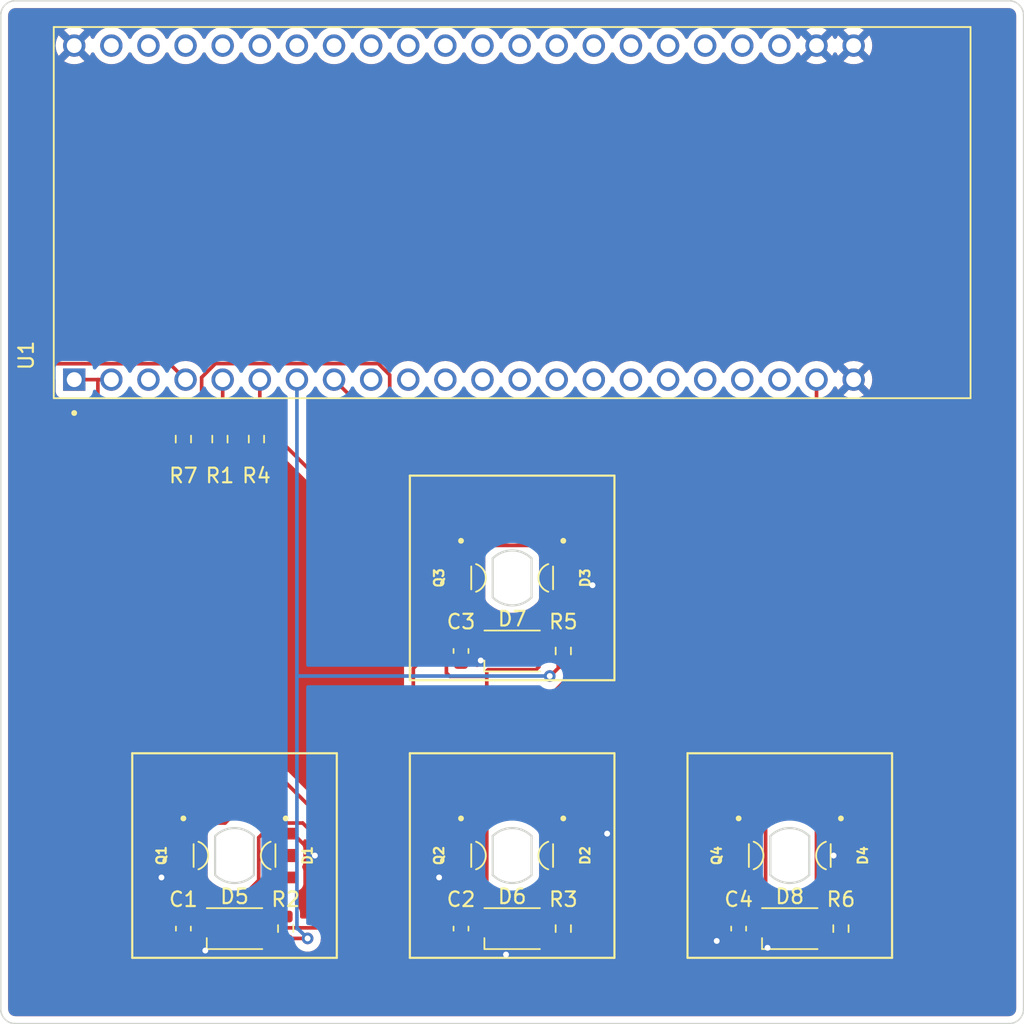
<source format=kicad_pcb>
(kicad_pcb (version 20211014) (generator pcbnew)
  (layers (0 "F.Cu" signal) (31 "B.Cu" signal) (34 "B.Paste" user) (35 "F.Paste" user) (36 "B.SilkS" user "B.Silkscreen") (37 "F.SilkS" user "F.Silkscreen") (38 "B.Mask" user) (39 "F.Mask" user) (44 "Edge.Cuts" user))
  (net 0 "")
  (net 1 "Net-(D1-PadA)")
  (net 2 "Net-(D2-PadA)")
  (net 3 "Net-(D3-PadA)")
  (net 4 "Net-(D4-PadA)")
  (net 5 "Net-(D5-Pad1)")
  (net 6 "LED_PIN")
  (net 7 "Net-(D6-Pad1)")
  (net 8 "Net-(D6-Pad3)")
  (net 9 "Net-(D8-Pad1)")
  (net 10 "col1")
  (net 11 "col2")
  (net 12 "row1")
  (net 13 "row2")
  (net 46 "5V")
  (net 47 "GND")
  (net 48 "3V3")
  (footprint "kicad-parts:LED_IR12-21C_TR8" (layer "F.Cu") (at 107.5 108.5 90)
    (fp_text reference "D4" (at 0 1.5 90) (layer "F.SilkS") (effects (font (size 0.64 0.64))))
    (fp_text value "IR12-21C" hide)
    (fp_line (start 0.78 -0.7) (end -0.78 -0.7) (layer "F.SilkS") (width 0.127))
    (fp_arc (start -0.945 -1.03) (mid 0 -1.69786) (end 0.945 -1.03) (layer "F.SilkS") (width 0.127))
    (fp_circle (center 2.54 0) (end 2.64 0) (layer "F.SilkS") (width 0.2) (fill none))
    (pad "A" smd rect (at -1.5 0 90) (size 0.8 1.4) (layers "F.Cu" "F.Paste" "F.Mask") (net 4 "Net-(D4-PadA)"))
    (pad "K" smd rect (at 1.5 0 90) (size 0.8 1.4) (layers "F.Cu" "F.Paste" "F.Mask") (net 47 "GND"))
    (pad "P1" smd rect (at 0 0.4 90) (size 0.9 0.6) (layers "F.Cu" "F.Paste" "F.Mask"))
  )
  (footprint "kicad-parts:TRANS_PT12-21C_TR8" (layer "F.Cu") (at 81.5 108.5 -90)
    (fp_text reference "Q2" (at 0 1.5 90) (layer "F.SilkS") (effects (font (size 0.64 0.64))))
    (fp_text value "PT12-21C/TR8" hide)
    (fp_line (start 0.78 -0.7) (end -0.78 -0.7) (layer "F.SilkS") (width 0.127))
    (fp_arc (start -0.945 -1.03) (mid 0 -1.69786) (end 0.945 -1.03) (layer "F.SilkS") (width 0.127))
    (fp_circle (center -2.54 0) (end -2.44 0) (layer "F.SilkS") (width 0.2) (fill none))
    (pad "C" smd rect (at -1.5 0 270) (size 0.8 1.4) (layers "F.Cu" "F.Paste" "F.Mask") (net 10 "col1"))
    (pad "E" smd rect (at 1.5 0 270) (size 0.8 1.4) (layers "F.Cu" "F.Paste" "F.Mask") (net 47 "GND"))
    (pad "P1" smd rect (at 0 0.4 270) (size 0.9 0.6) (layers "F.Cu" "F.Paste" "F.Mask"))
  )
  (footprint "Resistor_SMD:R_0603_1608Metric" (layer "F.Cu") (at 62.5 80 90)
    (fp_text reference "R7" (at -2.5 0 180) (layer "F.SilkS"))
    (fp_text value "5.1k" hide)
    (fp_line (start -0.237258 0.5225) (end 0.237258 0.5225) (layer "F.SilkS") (width 0.12))
    (fp_line (start -0.237258 -0.5225) (end 0.237258 -0.5225) (layer "F.SilkS") (width 0.12))
    (pad "1" smd roundrect (at -0.825 0 90) (size 0.8 0.95) (layers "F.Cu" "F.Paste" "F.Mask") (net 9 "Net-(D8-Pad1)"))
    (pad "2" smd roundrect (at 0.825 0 90) (size 0.8 0.95) (layers "F.Cu" "F.Paste" "F.Mask"))
  )
  (footprint "Resistor_SMD:R_0603_1608Metric" (layer "F.Cu") (at 107.5 113.5 90)
    (fp_text reference "R6" (at 2 0 180) (layer "F.SilkS"))
    (fp_text value "2.2k" hide)
    (fp_line (start -0.237258 0.5225) (end 0.237258 0.5225) (layer "F.SilkS") (width 0.12))
    (fp_line (start -0.237258 -0.5225) (end 0.237258 -0.5225) (layer "F.SilkS") (width 0.12))
    (pad "1" smd roundrect (at -0.825 0 90) (size 0.8 0.95) (layers "F.Cu" "F.Paste" "F.Mask") (net 13 "row2"))
    (pad "2" smd roundrect (at 0.825 0 90) (size 0.8 0.95) (layers "F.Cu" "F.Paste" "F.Mask") (net 4 "Net-(D4-PadA)"))
  )
  (footprint "kicad-parts:LED_IR12-21C_TR8" (layer "F.Cu") (at 69.5 108.5 90)
    (fp_text reference "D1" (at 0 1.5 90) (layer "F.SilkS") (effects (font (size 0.64 0.64))))
    (fp_text value "IR12-21C" hide)
    (fp_line (start 0.78 -0.7) (end -0.78 -0.7) (layer "F.SilkS") (width 0.127))
    (fp_arc (start -0.945 -1.03) (mid 0 -1.69786) (end 0.945 -1.03) (layer "F.SilkS") (width 0.127))
    (fp_circle (center 2.54 0) (end 2.64 0) (layer "F.SilkS") (width 0.2) (fill none))
    (pad "A" smd rect (at -1.5 0 90) (size 0.8 1.4) (layers "F.Cu" "F.Paste" "F.Mask") (net 1 "Net-(D1-PadA)"))
    (pad "K" smd rect (at 1.5 0 90) (size 0.8 1.4) (layers "F.Cu" "F.Paste" "F.Mask") (net 47 "GND"))
    (pad "P1" smd rect (at 0 0.4 90) (size 0.9 0.6) (layers "F.Cu" "F.Paste" "F.Mask"))
  )
  (footprint "kicad-parts:TRANS_PT12-21C_TR8" (layer "F.Cu") (at 62.5 108.5 -90)
    (fp_text reference "Q1" (at 0 1.5 90) (layer "F.SilkS") (effects (font (size 0.64 0.64))))
    (fp_text value "PT12-21C/TR8" hide)
    (fp_line (start 0.78 -0.7) (end -0.78 -0.7) (layer "F.SilkS") (width 0.127))
    (fp_arc (start -0.945 -1.03) (mid 0 -1.69786) (end 0.945 -1.03) (layer "F.SilkS") (width 0.127))
    (fp_circle (center -2.54 0) (end -2.44 0) (layer "F.SilkS") (width 0.2) (fill none))
    (pad "C" smd rect (at -1.5 0 270) (size 0.8 1.4) (layers "F.Cu" "F.Paste" "F.Mask") (net 10 "col1"))
    (pad "E" smd rect (at 1.5 0 270) (size 0.8 1.4) (layers "F.Cu" "F.Paste" "F.Mask") (net 47 "GND"))
    (pad "P1" smd rect (at 0 0.4 270) (size 0.9 0.6) (layers "F.Cu" "F.Paste" "F.Mask"))
  )
  (footprint "Resistor_SMD:R_0603_1608Metric" (layer "F.Cu") (at 65 80 -90)
    (fp_text reference "R1" (at 2.5 0) (layer "F.SilkS"))
    (fp_text value "47k" hide)
    (fp_line (start -0.237258 -0.5225) (end 0.237258 -0.5225) (layer "F.SilkS") (width 0.12))
    (fp_line (start -0.237258 0.5225) (end 0.237258 0.5225) (layer "F.SilkS") (width 0.12))
    (pad "1" smd roundrect (at -0.825 0 270) (size 0.8 0.95) (layers "F.Cu" "F.Paste" "F.Mask") (net 10 "col1"))
    (pad "2" smd roundrect (at 0.825 0 270) (size 0.8 0.95) (layers "F.Cu" "F.Paste" "F.Mask") (net 48 "3V3"))
  )
  (footprint "LED_SMD:LED_SK6805_PLCC4_2.4x2.7mm_P1.3mm" (layer "F.Cu") (at 85 113.5)
    (fp_text reference "D6" (at 0 -2.2) (layer "F.SilkS"))
    (fp_text value "SK6805" hide)
    (fp_line (start -1.9 -1.4) (end 1.9 -1.4) (layer "F.SilkS") (width 0.12))
    (fp_line (start -1.9 1.4) (end -1.9 0.65) (layer "F.SilkS") (width 0.12))
    (fp_line (start -1.9 1.4) (end 1.9 1.4) (layer "F.SilkS") (width 0.12))
    (pad "1" smd rect (at -1 -0.65) (size 1 0.6) (layers "F.Cu" "F.Paste" "F.Mask") (net 7 "Net-(D6-Pad1)"))
    (pad "2" smd rect (at -1 0.65) (size 1 0.6) (layers "F.Cu" "F.Paste" "F.Mask") (net 47 "GND"))
    (pad "3" smd rect (at 1 0.65) (size 1 0.6) (layers "F.Cu" "F.Paste" "F.Mask") (net 8 "Net-(D6-Pad3)"))
    (pad "4" smd rect (at 1 -0.65) (size 1 0.6) (layers "F.Cu" "F.Paste" "F.Mask") (net 46 "5V"))
  )
  (footprint "Capacitor_SMD:C_0603_1608Metric" (layer "F.Cu") (at 62.5 113.5 -90)
    (fp_text reference "C1" (at -2 0) (layer "F.SilkS"))
    (fp_text value "0.1uF" hide)
    (fp_line (start -0.14058 0.51) (end 0.14058 0.51) (layer "F.SilkS") (width 0.12))
    (fp_line (start -0.14058 -0.51) (end 0.14058 -0.51) (layer "F.SilkS") (width 0.12))
    (pad "1" smd roundrect (at -0.775 0 270) (size 0.9 0.95) (layers "F.Cu" "F.Paste" "F.Mask") (net 46 "5V"))
    (pad "2" smd roundrect (at 0.775 0 270) (size 0.9 0.95) (layers "F.Cu" "F.Paste" "F.Mask") (net 47 "GND"))
  )
  (footprint "LED_SMD:LED_SK6805_PLCC4_2.4x2.7mm_P1.3mm" (layer "F.Cu") (at 104 113.5)
    (fp_text reference "D8" (at 0 -2.2) (layer "F.SilkS"))
    (fp_text value "SK6805" hide)
    (fp_line (start -1.9 -1.4) (end 1.9 -1.4) (layer "F.SilkS") (width 0.12))
    (fp_line (start -1.9 1.4) (end 1.9 1.4) (layer "F.SilkS") (width 0.12))
    (fp_line (start -1.9 1.4) (end -1.9 0.65) (layer "F.SilkS") (width 0.12))
    (pad "1" smd rect (at -1 -0.65) (size 1 0.6) (layers "F.Cu" "F.Paste" "F.Mask") (net 9 "Net-(D8-Pad1)"))
    (pad "2" smd rect (at -1 0.65) (size 1 0.6) (layers "F.Cu" "F.Paste" "F.Mask") (net 47 "GND"))
    (pad "3" smd rect (at 1 0.65) (size 1 0.6) (layers "F.Cu" "F.Paste" "F.Mask") (net 7 "Net-(D6-Pad1)"))
    (pad "4" smd rect (at 1 -0.65) (size 1 0.6) (layers "F.Cu" "F.Paste" "F.Mask") (net 46 "5V"))
  )
  (footprint "Capacitor_SMD:C_0603_1608Metric" (layer "F.Cu") (at 81.5 113.5 -90)
    (fp_text reference "C2" (at -2 0 180) (layer "F.SilkS"))
    (fp_text value "0.1uF" hide)
    (fp_line (start -0.14058 0.51) (end 0.14058 0.51) (layer "F.SilkS") (width 0.12))
    (fp_line (start -0.14058 -0.51) (end 0.14058 -0.51) (layer "F.SilkS") (width 0.12))
    (pad "1" smd roundrect (at -0.775 0 270) (size 0.9 0.95) (layers "F.Cu" "F.Paste" "F.Mask") (net 46 "5V"))
    (pad "2" smd roundrect (at 0.775 0 270) (size 0.9 0.95) (layers "F.Cu" "F.Paste" "F.Mask") (net 47 "GND"))
  )
  (footprint "kicad-parts:XCVR_ESP32-S3-DEVKITC-1-N8R2" (layer "F.Cu") (at 85 64.5 90)
    (fp_text reference "U1" (at -9.775 -33.255 90) (layer "F.SilkS"))
    (fp_text value "ESP32-S3-DEVKITC-1-N8R2" hide)
    (fp_line (start -12.7 -31.37) (end 12.7 -31.37) (layer "F.SilkS") (width 0.127))
    (fp_line (start -12.7 31.37) (end -12.7 -31.37) (layer "F.SilkS") (width 0.127))
    (fp_line (start 12.7 -31.37) (end 12.7 31.37) (layer "F.SilkS") (width 0.127))
    (fp_line (start 12.7 31.37) (end -12.7 31.37) (layer "F.SilkS") (width 0.127))
    (fp_circle (center -13.716 -29.972) (end -13.616 -29.972) (layer "F.SilkS") (width 0.2) (fill none))
    (pad "J1_1" thru_hole rect locked (at -11.43 -29.97 90) (size 1.53 1.53) (drill 1.02) (layers *.Cu *.Mask) (net 48 "3V3"))
    (pad "J1_2" thru_hole circle locked (at -11.43 -27.43 90) (size 1.53 1.53) (drill 1.02) (layers *.Cu *.Mask) (net 48 "3V3"))
    (pad "J1_3" thru_hole circle locked (at -11.43 -24.89 90) (size 1.53 1.53) (drill 1.02) (layers *.Cu *.Mask))
    (pad "J1_4" thru_hole circle locked (at -11.43 -22.35 90) (size 1.53 1.53) (drill 1.02) (layers *.Cu *.Mask) (net 6 "LED_PIN"))
    (pad "J1_5" thru_hole circle locked (at -11.43 -19.81 90) (size 1.53 1.53) (drill 1.02) (layers *.Cu *.Mask) (net 10 "col1"))
    (pad "J1_6" thru_hole circle locked (at -11.43 -17.27 90) (size 1.53 1.53) (drill 1.02) (layers *.Cu *.Mask) (net 11 "col2"))
    (pad "J1_7" thru_hole circle locked (at -11.43 -14.73 90) (size 1.53 1.53) (drill 1.02) (layers *.Cu *.Mask) (net 12 "row1"))
    (pad "J1_8" thru_hole circle locked (at -11.43 -12.19 90) (size 1.53 1.53) (drill 1.02) (layers *.Cu *.Mask) (net 13 "row2"))
    (pad "J1_9" thru_hole circle locked (at -11.43 -9.65 90) (size 1.53 1.53) (drill 1.02) (layers *.Cu *.Mask))
    (pad "J1_10" thru_hole circle locked (at -11.43 -7.11 90) (size 1.53 1.53) (drill 1.02) (layers *.Cu *.Mask))
    (pad "J1_11" thru_hole circle locked (at -11.43 -4.57 90) (size 1.53 1.53) (drill 1.02) (layers *.Cu *.Mask))
    (pad "J1_12" thru_hole circle locked (at -11.43 -2.03 90) (size 1.53 1.53) (drill 1.02) (layers *.Cu *.Mask))
    (pad "J1_13" thru_hole circle locked (at -11.43 0.51 90) (size 1.53 1.53) (drill 1.02) (layers *.Cu *.Mask))
    (pad "J1_14" thru_hole circle locked (at -11.43 3.05 90) (size 1.53 1.53) (drill 1.02) (layers *.Cu *.Mask))
    (pad "J1_15" thru_hole circle locked (at -11.43 5.59 90) (size 1.53 1.53) (drill 1.02) (layers *.Cu *.Mask))
    (pad "J1_16" thru_hole circle locked (at -11.43 8.13 90) (size 1.53 1.53) (drill 1.02) (layers *.Cu *.Mask))
    (pad "J1_17" thru_hole circle locked (at -11.43 10.67 90) (size 1.53 1.53) (drill 1.02) (layers *.Cu *.Mask))
    (pad "J1_18" thru_hole circle locked (at -11.43 13.21 90) (size 1.53 1.53) (drill 1.02) (layers *.Cu *.Mask))
    (pad "J1_19" thru_hole circle locked (at -11.43 15.75 90) (size 1.53 1.53) (drill 1.02) (layers *.Cu *.Mask))
    (pad "J1_20" thru_hole circle locked (at -11.43 18.29 90) (size 1.53 1.53) (drill 1.02) (layers *.Cu *.Mask))
    (pad "J1_21" thru_hole circle locked (at -11.43 20.83 90) (size 1.53 1.53) (drill 1.02) (layers *.Cu *.Mask) (net 46 "5V"))
    (pad "J1_22" thru_hole circle locked (at -11.43 23.37 90) (size 1.53 1.53) (drill 1.02) (layers *.Cu *.Mask) (net 47 "GND"))
    (pad "J3_1" thru_hole circle locked (at 11.43 -29.97 90) (size 1.53 1.53) (drill 1.02) (layers *.Cu *.Mask) (net 47 "GND"))
    (pad "J3_2" thru_hole circle locked (at 11.43 -27.43 90) (size 1.53 1.53) (drill 1.02) (layers *.Cu *.Mask))
    (pad "J3_3" thru_hole circle locked (at 11.43 -24.89 90) (size 1.53 1.53) (drill 1.02) (layers *.Cu *.Mask))
    (pad "J3_4" thru_hole circle locked (at 11.43 -22.35 90) (size 1.53 1.53) (drill 1.02) (layers *.Cu *.Mask))
    (pad "J3_5" thru_hole circle locked (at 11.43 -19.81 90) (size 1.53 1.53) (drill 1.02) (layers *.Cu *.Mask))
    (pad "J3_6" thru_hole circle locked (at 11.43 -17.27 90) (size 1.53 1.53) (drill 1.02) (layers *.Cu *.Mask))
    (pad "J3_7" thru_hole circle locked (at 11.43 -14.73 90) (size 1.53 1.53) (drill 1.02) (layers *.Cu *.Mask))
    (pad "J3_8" thru_hole circle locked (at 11.43 -12.19 90) (size 1.53 1.53) (drill 1.02) (layers *.Cu *.Mask))
    (pad "J3_9" thru_hole circle locked (at 11.43 -9.65 90) (size 1.53 1.53) (drill 1.02) (layers *.Cu *.Mask))
    (pad "J3_10" thru_hole circle locked (at 11.43 -7.11 90) (size 1.53 1.53) (drill 1.02) (layers *.Cu *.Mask))
    (pad "J3_11" thru_hole circle locked (at 11.43 -4.57 90) (size 1.53 1.53) (drill 1.02) (layers *.Cu *.Mask))
    (pad "J3_12" thru_hole circle locked (at 11.43 -2.03 90) (size 1.53 1.53) (drill 1.02) (layers *.Cu *.Mask))
    (pad "J3_13" thru_hole circle locked (at 11.43 0.51 90) (size 1.53 1.53) (drill 1.02) (layers *.Cu *.Mask))
    (pad "J3_14" thru_hole circle locked (at 11.43 3.05 90) (size 1.53 1.53) (drill 1.02) (layers *.Cu *.Mask))
    (pad "J3_15" thru_hole circle locked (at 11.43 5.59 90) (size 1.53 1.53) (drill 1.02) (layers *.Cu *.Mask))
    (pad "J3_16" thru_hole circle locked (at 11.43 8.13 90) (size 1.53 1.53) (drill 1.02) (layers *.Cu *.Mask))
    (pad "J3_17" thru_hole circle locked (at 11.43 10.67 90) (size 1.53 1.53) (drill 1.02) (layers *.Cu *.Mask))
    (pad "J3_18" thru_hole circle locked (at 11.43 13.21 90) (size 1.53 1.53) (drill 1.02) (layers *.Cu *.Mask))
    (pad "J3_19" thru_hole circle locked (at 11.43 15.75 90) (size 1.53 1.53) (drill 1.02) (layers *.Cu *.Mask))
    (pad "J3_20" thru_hole circle locked (at 11.43 18.29 90) (size 1.53 1.53) (drill 1.02) (layers *.Cu *.Mask))
    (pad "J3_21" thru_hole circle locked (at 11.43 20.83 90) (size 1.53 1.53) (drill 1.02) (layers *.Cu *.Mask) (net 47 "GND"))
    (pad "J3_22" thru_hole circle locked (at 11.43 23.37 90) (size 1.53 1.53) (drill 1.02) (layers *.Cu *.Mask) (net 47 "GND"))
  )
  (footprint "LED_SMD:LED_SK6805_PLCC4_2.4x2.7mm_P1.3mm" (layer "F.Cu") (at 66 113.5)
    (fp_text reference "D5" (at 0 -2.2) (layer "F.SilkS"))
    (fp_text value "SK6805" hide)
    (fp_line (start -1.9 -1.4) (end 1.9 -1.4) (layer "F.SilkS") (width 0.12))
    (fp_line (start -1.9 1.4) (end -1.9 0.65) (layer "F.SilkS") (width 0.12))
    (fp_line (start -1.9 1.4) (end 1.9 1.4) (layer "F.SilkS") (width 0.12))
    (pad "1" smd rect (at -1 -0.65) (size 1 0.6) (layers "F.Cu" "F.Paste" "F.Mask") (net 5 "Net-(D5-Pad1)"))
    (pad "2" smd rect (at -1 0.65) (size 1 0.6) (layers "F.Cu" "F.Paste" "F.Mask") (net 47 "GND"))
    (pad "3" smd rect (at 1 0.65) (size 1 0.6) (layers "F.Cu" "F.Paste" "F.Mask") (net 6 "LED_PIN"))
    (pad "4" smd rect (at 1 -0.65) (size 1 0.6) (layers "F.Cu" "F.Paste" "F.Mask") (net 46 "5V"))
  )
  (footprint "kicad-parts:LED_IR12-21C_TR8" (layer "F.Cu") (at 88.5 89.5 90)
    (fp_text reference "D3" (at 0 1.5 90) (layer "F.SilkS") (effects (font (size 0.64 0.64))))
    (fp_text value "IR12-21C" hide)
    (fp_line (start 0.78 -0.7) (end -0.78 -0.7) (layer "F.SilkS") (width 0.127))
    (fp_arc (start -0.945 -1.03) (mid 0 -1.69786) (end 0.945 -1.03) (layer "F.SilkS") (width 0.127))
    (fp_circle (center 2.54 0) (end 2.64 0) (layer "F.SilkS") (width 0.2) (fill none))
    (pad "A" smd rect (at -1.5 0 90) (size 0.8 1.4) (layers "F.Cu" "F.Paste" "F.Mask") (net 3 "Net-(D3-PadA)"))
    (pad "K" smd rect (at 1.5 0 90) (size 0.8 1.4) (layers "F.Cu" "F.Paste" "F.Mask") (net 47 "GND"))
    (pad "P1" smd rect (at 0 0.4 90) (size 0.9 0.6) (layers "F.Cu" "F.Paste" "F.Mask"))
  )
  (footprint "Resistor_SMD:R_0603_1608Metric" (layer "F.Cu") (at 69.5 113.5 90)
    (fp_text reference "R2" (at 2 0) (layer "F.SilkS"))
    (fp_text value "2.2k" hide)
    (fp_line (start -0.237258 0.5225) (end 0.237258 0.5225) (layer "F.SilkS") (width 0.12))
    (fp_line (start -0.237258 -0.5225) (end 0.237258 -0.5225) (layer "F.SilkS") (width 0.12))
    (pad "1" smd roundrect (at -0.825 0 90) (size 0.8 0.95) (layers "F.Cu" "F.Paste" "F.Mask") (net 12 "row1"))
    (pad "2" smd roundrect (at 0.825 0 90) (size 0.8 0.95) (layers "F.Cu" "F.Paste" "F.Mask") (net 1 "Net-(D1-PadA)"))
  )
  (footprint "Resistor_SMD:R_0603_1608Metric" (layer "F.Cu") (at 88.5 113.5 90)
    (fp_text reference "R3" (at 2 0 180) (layer "F.SilkS"))
    (fp_text value "2.2k" hide)
    (fp_line (start -0.237258 -0.5225) (end 0.237258 -0.5225) (layer "F.SilkS") (width 0.12))
    (fp_line (start -0.237258 0.5225) (end 0.237258 0.5225) (layer "F.SilkS") (width 0.12))
    (pad "1" smd roundrect (at -0.825 0 90) (size 0.8 0.95) (layers "F.Cu" "F.Paste" "F.Mask") (net 13 "row2"))
    (pad "2" smd roundrect (at 0.825 0 90) (size 0.8 0.95) (layers "F.Cu" "F.Paste" "F.Mask") (net 2 "Net-(D2-PadA)"))
  )
  (footprint "Resistor_SMD:R_0603_1608Metric" (layer "F.Cu") (at 88.5 94.5 90)
    (fp_text reference "R5" (at 2 0) (layer "F.SilkS"))
    (fp_text value "2.2k" hide)
    (fp_line (start -0.237258 0.5225) (end 0.237258 0.5225) (layer "F.SilkS") (width 0.12))
    (fp_line (start -0.237258 -0.5225) (end 0.237258 -0.5225) (layer "F.SilkS") (width 0.12))
    (pad "1" smd roundrect (at -0.825 0 90) (size 0.8 0.95) (layers "F.Cu" "F.Paste" "F.Mask") (net 12 "row1"))
    (pad "2" smd roundrect (at 0.825 0 90) (size 0.8 0.95) (layers "F.Cu" "F.Paste" "F.Mask") (net 3 "Net-(D3-PadA)"))
  )
  (footprint "kicad-parts:TRANS_PT12-21C_TR8" (layer "F.Cu") (at 81.5 89.5 -90)
    (fp_text reference "Q3" (at 0 1.5 90) (layer "F.SilkS") (effects (font (size 0.64 0.64))))
    (fp_text value "PT12-21C/TR8" hide)
    (fp_line (start 0.78 -0.7) (end -0.78 -0.7) (layer "F.SilkS") (width 0.127))
    (fp_arc (start -0.945 -1.03) (mid 0 -1.69786) (end 0.945 -1.03) (layer "F.SilkS") (width 0.127))
    (fp_circle (center -2.54 0) (end -2.44 0) (layer "F.SilkS") (width 0.2) (fill none))
    (pad "C" smd rect (at -1.5 0 270) (size 0.8 1.4) (layers "F.Cu" "F.Paste" "F.Mask") (net 11 "col2"))
    (pad "E" smd rect (at 1.5 0 270) (size 0.8 1.4) (layers "F.Cu" "F.Paste" "F.Mask") (net 47 "GND"))
    (pad "P1" smd rect (at 0 0.4 270) (size 0.9 0.6) (layers "F.Cu" "F.Paste" "F.Mask"))
  )
  (footprint "Capacitor_SMD:C_0603_1608Metric" (layer "F.Cu") (at 81.5 94.5 -90)
    (fp_text reference "C3" (at -2 0) (layer "F.SilkS"))
    (fp_text value "0.1uF" hide)
    (fp_line (start -0.14058 0.51) (end 0.14058 0.51) (layer "F.SilkS") (width 0.12))
    (fp_line (start -0.14058 -0.51) (end 0.14058 -0.51) (layer "F.SilkS") (width 0.12))
    (pad "1" smd roundrect (at -0.775 0 270) (size 0.9 0.95) (layers "F.Cu" "F.Paste" "F.Mask") (net 46 "5V"))
    (pad "2" smd roundrect (at 0.775 0 270) (size 0.9 0.95) (layers "F.Cu" "F.Paste" "F.Mask") (net 47 "GND"))
  )
  (footprint "kicad-parts:LED_IR12-21C_TR8" (layer "F.Cu") (at 88.5 108.5 90)
    (fp_text reference "D2" (at 0 1.5 90) (layer "F.SilkS") (effects (font (size 0.64 0.64))))
    (fp_text value "IR12-21C" hide)
    (fp_line (start 0.78 -0.7) (end -0.78 -0.7) (layer "F.SilkS") (width 0.127))
    (fp_arc (start -0.945 -1.03) (mid 0 -1.69786) (end 0.945 -1.03) (layer "F.SilkS") (width 0.127))
    (fp_circle (center 2.54 0) (end 2.64 0) (layer "F.SilkS") (width 0.2) (fill none))
    (pad "A" smd rect (at -1.5 0 90) (size 0.8 1.4) (layers "F.Cu" "F.Paste" "F.Mask") (net 2 "Net-(D2-PadA)"))
    (pad "K" smd rect (at 1.5 0 90) (size 0.8 1.4) (layers "F.Cu" "F.Paste" "F.Mask") (net 47 "GND"))
    (pad "P1" smd rect (at 0 0.4 90) (size 0.9 0.6) (layers "F.Cu" "F.Paste" "F.Mask"))
  )
  (footprint "Capacitor_SMD:C_0603_1608Metric" (layer "F.Cu") (at 100.5 113.5 -90)
    (fp_text reference "C4" (at -2 0 180) (layer "F.SilkS"))
    (fp_text value "0.1uF" hide)
    (fp_line (start -0.14058 0.51) (end 0.14058 0.51) (layer "F.SilkS") (width 0.12))
    (fp_line (start -0.14058 -0.51) (end 0.14058 -0.51) (layer "F.SilkS") (width 0.12))
    (pad "1" smd roundrect (at -0.775 0 270) (size 0.9 0.95) (layers "F.Cu" "F.Paste" "F.Mask") (net 46 "5V"))
    (pad "2" smd roundrect (at 0.775 0 270) (size 0.9 0.95) (layers "F.Cu" "F.Paste" "F.Mask") (net 47 "GND"))
  )
  (footprint "LED_SMD:LED_SK6805_PLCC4_2.4x2.7mm_P1.3mm" (layer "F.Cu") (at 85 94.5)
    (fp_text reference "D7" (at 0 -2.2) (layer "F.SilkS"))
    (fp_text value "SK6805" hide)
    (fp_line (start -1.9 1.4) (end -1.9 0.65) (layer "F.SilkS") (width 0.12))
    (fp_line (start -1.9 1.4) (end 1.9 1.4) (layer "F.SilkS") (width 0.12))
    (fp_line (start -1.9 -1.4) (end 1.9 -1.4) (layer "F.SilkS") (width 0.12))
    (pad "1" smd rect (at -1 -0.65) (size 1 0.6) (layers "F.Cu" "F.Paste" "F.Mask") (net 8 "Net-(D6-Pad3)"))
    (pad "2" smd rect (at -1 0.65) (size 1 0.6) (layers "F.Cu" "F.Paste" "F.Mask") (net 47 "GND"))
    (pad "3" smd rect (at 1 0.65) (size 1 0.6) (layers "F.Cu" "F.Paste" "F.Mask") (net 5 "Net-(D5-Pad1)"))
    (pad "4" smd rect (at 1 -0.65) (size 1 0.6) (layers "F.Cu" "F.Paste" "F.Mask") (net 46 "5V"))
  )
  (footprint "kicad-parts:TRANS_PT12-21C_TR8" (layer "F.Cu") (at 100.5 108.5 -90)
    (fp_text reference "Q4" (at 0 1.5 90) (layer "F.SilkS") (effects (font (size 0.64 0.64))))
    (fp_text value "PT12-21C/TR8" hide)
    (fp_line (start 0.78 -0.7) (end -0.78 -0.7) (layer "F.SilkS") (width 0.127))
    (fp_arc (start -0.945 -1.03) (mid 0 -1.69786) (end 0.945 -1.03) (layer "F.SilkS") (width 0.127))
    (fp_circle (center -2.54 0) (end -2.44 0) (layer "F.SilkS") (width 0.2) (fill none))
    (pad "C" smd rect (at -1.5 0 270) (size 0.8 1.4) (layers "F.Cu" "F.Paste" "F.Mask") (net 11 "col2"))
    (pad "E" smd rect (at 1.5 0 270) (size 0.8 1.4) (layers "F.Cu" "F.Paste" "F.Mask") (net 47 "GND"))
    (pad "P1" smd rect (at 0 0.4 270) (size 0.9 0.6) (layers "F.Cu" "F.Paste" "F.Mask"))
  )
  (footprint "Resistor_SMD:R_0603_1608Metric" (layer "F.Cu") (at 67.5 80 -90)
    (fp_text reference "R4" (at 2.5 0 180) (layer "F.SilkS"))
    (fp_text value "47k" hide)
    (fp_line (start -0.237258 -0.5225) (end 0.237258 -0.5225) (layer "F.SilkS") (width 0.12))
    (fp_line (start -0.237258 0.5225) (end 0.237258 0.5225) (layer "F.SilkS") (width 0.12))
    (pad "1" smd roundrect (at -0.825 0 270) (size 0.8 0.95) (layers "F.Cu" "F.Paste" "F.Mask") (net 11 "col2"))
    (pad "2" smd roundrect (at 0.825 0 270) (size 0.8 0.95) (layers "F.Cu" "F.Paste" "F.Mask") (net 48 "3V3"))
  )
  (gr_line (start 92 96.5) (end 78 96.5) (layer "F.SilkS") (width 0.15))
  (gr_line (start 78 115.5) (end 78 101.5) (layer "F.SilkS") (width 0.15))
  (gr_line (start 92 101.5) (end 92 115.5) (layer "F.SilkS") (width 0.15))
  (gr_line (start 78 96.5) (end 78 82.5) (layer "F.SilkS") (width 0.15))
  (gr_line (start 92 115.5) (end 78 115.5) (layer "F.SilkS") (width 0.15))
  (gr_line (start 73 101.5) (end 73 115.5) (layer "F.SilkS") (width 0.15))
  (gr_line (start 78 82.5) (end 92 82.5) (layer "F.SilkS") (width 0.15))
  (gr_line (start 78 101.5) (end 92 101.5) (layer "F.SilkS") (width 0.15))
  (gr_line (start 97 115.5) (end 97 101.5) (layer "F.SilkS") (width 0.15))
  (gr_line (start 111 115.5) (end 97 115.5) (layer "F.SilkS") (width 0.15))
  (gr_line (start 59 101.5) (end 73 101.5) (layer "F.SilkS") (width 0.15))
  (gr_line (start 97 101.5) (end 111 101.5) (layer "F.SilkS") (width 0.15))
  (gr_line (start 59 115.5) (end 59 101.5) (layer "F.SilkS") (width 0.15))
  (gr_line (start 111 101.5) (end 111 115.5) (layer "F.SilkS") (width 0.15))
  (gr_line (start 92 82.5) (end 92 96.5) (layer "F.SilkS") (width 0.15))
  (gr_line (start 73 115.5) (end 59 115.5) (layer "F.SilkS") (width 0.15))
  (gr_line (start 86.33 109.83) (end 86.33 107.17) (layer "Edge.Cuts") (width 0.15))
  (gr_line (start 120 51) (end 120 119) (layer "Edge.Cuts") (width 0.1))
  (gr_arc (start 64.67 107.17) (mid 66 106.619096) (end 67.33 107.17) (layer "Edge.Cuts") (width 0.15))
  (gr_arc (start 83.67 88.17) (mid 85 87.619096) (end 86.33 88.17) (layer "Edge.Cuts") (width 0.15))
  (gr_arc (start 51 120) (mid 50.292893 119.707107) (end 50 119) (layer "Edge.Cuts") (width 0.1))
  (gr_arc (start 105.33 109.83) (mid 104 110.380904) (end 102.67 109.83) (layer "Edge.Cuts") (width 0.15))
  (gr_line (start 102.67 107.17) (end 102.67 109.83) (layer "Edge.Cuts") (width 0.15))
  (gr_arc (start 86.33 109.83) (mid 85 110.380904) (end 83.67 109.83) (layer "Edge.Cuts") (width 0.15))
  (gr_line (start 86.33 90.83) (end 86.33 88.17) (layer "Edge.Cuts") (width 0.15))
  (gr_line (start 64.67 107.17) (end 64.67 109.83) (layer "Edge.Cuts") (width 0.15))
  (gr_arc (start 86.33 90.83) (mid 85 91.380904) (end 83.67 90.83) (layer "Edge.Cuts") (width 0.15))
  (gr_line (start 83.67 88.17) (end 83.67 90.83) (layer "Edge.Cuts") (width 0.15))
  (gr_arc (start 83.67 107.17) (mid 85 106.619096) (end 86.33 107.17) (layer "Edge.Cuts") (width 0.15))
  (gr_arc (start 67.33 109.83) (mid 66 110.380904) (end 64.67 109.83) (layer "Edge.Cuts") (width 0.15))
  (gr_line (start 51 50) (end 119 50) (layer "Edge.Cuts") (width 0.1))
  (gr_arc (start 102.67 107.17) (mid 104 106.619096) (end 105.33 107.17) (layer "Edge.Cuts") (width 0.15))
  (gr_line (start 50 51) (end 50 119) (layer "Edge.Cuts") (width 0.1))
  (gr_line (start 67.33 109.83) (end 67.33 107.17) (layer "Edge.Cuts") (width 0.15))
  (gr_line (start 105.33 109.83) (end 105.33 107.17) (layer "Edge.Cuts") (width 0.15))
  (gr_arc (start 119 50) (mid 119.707107 50.292893) (end 120 51) (layer "Edge.Cuts") (width 0.1))
  (gr_arc (start 120 119) (mid 119.707107 119.707107) (end 119 120) (layer "Edge.Cuts") (width 0.1))
  (gr_line (start 119 120) (end 51 120) (layer "Edge.Cuts") (width 0.1))
  (gr_arc (start 50 51) (mid 50.292893 50.292893) (end 51 50) (layer "Edge.Cuts") (width 0.1))
  (gr_line (start 83.67 107.17) (end 83.67 109.83) (layer "Edge.Cuts") (width 0.15))
  (segment (start 69.5 110) (end 69.5 112.675) (width 0.25) (layer "F.Cu") (net 1))
  (segment (start 88.5 110) (end 88.5 112.675) (width 0.25) (layer "F.Cu") (net 2))
  (segment (start 88.5 91) (end 88.5 93.675) (width 0.25) (layer "F.Cu") (net 3))
  (segment (start 107.5 110) (end 107.5 112.675) (width 0.25) (layer "F.Cu") (net 4))
  (segment (start 85.1749 95.15) (end 86 95.15) (width 0.25) (layer "F.Cu") (net 5))
  (segment (start 78.2355 95.6924) (end 81.4279 92.5) (width 0.25) (layer "F.Cu") (net 5))
  (segment (start 84.7062 94.5249) (end 85.1749 94.9936) (width 0.25) (layer "F.Cu") (net 5))
  (segment (start 72.118904 107.725) (end 82.525 107.725) (width 0.25) (layer "F.Cu") (net 5))
  (segment (start 85.1749 94.9936) (end 85.1749 95.15) (width 0.25) (layer "F.Cu") (net 5))
  (segment (start 82.525 107.725) (end 82.525 106.275) (width 0.25) (layer "F.Cu") (net 5))
  (segment (start 67.6552 107.2665) (end 68.6469 106.2748) (width 0.25) (layer "F.Cu") (net 5))
  (segment (start 68.6469 106.2748) (end 70.668704 106.2748) (width 0.25) (layer "F.Cu") (net 5))
  (segment (start 82.8869 93.7959) (end 82.8869 94.0507) (width 0.25) (layer "F.Cu") (net 5))
  (segment (start 81.591 92.5) (end 82.8869 93.7959) (width 0.25) (layer "F.Cu") (net 5))
  (segment (start 82.8869 94.0507) (end 83.3611 94.5249) (width 0.25) (layer "F.Cu") (net 5))
  (segment (start 83.3611 94.5249) (end 84.7062 94.5249) (width 0.25) (layer "F.Cu") (net 5))
  (segment (start 82.525 106.275) (end 78.2355 101.9855) (width 0.25) (layer "F.Cu") (net 5))
  (segment (start 70.668704 106.2748) (end 72.118904 107.725) (width 0.25) (layer "F.Cu") (net 5))
  (segment (start 78.2355 101.9855) (end 78.2355 95.6924) (width 0.25) (layer "F.Cu") (net 5))
  (segment (start 65 112.85) (end 67.6552 110.1948) (width 0.25) (layer "F.Cu") (net 5))
  (segment (start 81.4279 92.5) (end 81.591 92.5) (width 0.25) (layer "F.Cu") (net 5))
  (segment (start 67.6552 110.1948) (end 67.6552 107.2665) (width 0.25) (layer "F.Cu") (net 5))
  (segment (start 52.5 76) (end 52.5 105.527817) (width 0.25) (layer "F.Cu") (net 6))
  (segment (start 67 114.5) (end 67 114.15) (width 0.25) (layer "F.Cu") (net 6))
  (segment (start 52.5 105.527817) (end 62.972183 116) (width 0.25) (layer "F.Cu") (net 6))
  (segment (start 53.66 74.84) (end 52.5 76) (width 0.25) (layer "F.Cu") (net 6))
  (segment (start 62.972183 116) (end 65.5 116) (width 0.25) (layer "F.Cu") (net 6))
  (segment (start 61.56 74.84) (end 53.66 74.84) (width 0.25) (layer "F.Cu") (net 6))
  (segment (start 65.5 116) (end 67 114.5) (width 0.25) (layer "F.Cu") (net 6))
  (segment (start 62.65 75.93) (end 61.56 74.84) (width 0.25) (layer "F.Cu") (net 6))
  (segment (start 84.136396 116) (end 87.363604 116) (width 0.25) (layer "F.Cu") (net 7))
  (segment (start 102.9433 115.5379) (end 104.1749 114.3063) (width 0.25) (layer "F.Cu") (net 7))
  (segment (start 104.1749 114.3063) (end 104.1749 114.15) (width 0.25) (layer "F.Cu") (net 7))
  (segment (start 87.825704 115.5379) (end 102.9433 115.5379) (width 0.25) (layer "F.Cu") (net 7))
  (segment (start 83.1749 112.85) (end 83.1749 115.038504) (width 0.25) (layer "F.Cu") (net 7))
  (segment (start 84 112.85) (end 83.1749 112.85) (width 0.25) (layer "F.Cu") (net 7))
  (segment (start 87.363604 116) (end 87.825704 115.5379) (width 0.25) (layer "F.Cu") (net 7))
  (segment (start 104.1749 114.15) (end 105 114.15) (width 0.25) (layer "F.Cu") (net 7))
  (segment (start 83.1749 115.038504) (end 84.136396 116) (width 0.25) (layer "F.Cu") (net 7))
  (segment (start 85.2938 93.2249) (end 84.8251 93.6936) (width 0.25) (layer "F.Cu") (net 8))
  (segment (start 86 114.15) (end 87.4499 112.7001) (width 0.25) (layer "F.Cu") (net 8))
  (segment (start 89.5 95.6554) (end 89.5 95.107538) (width 0.25) (layer "F.Cu") (net 8))
  (segment (start 88.991462 94.599) (end 88.2018 94.599) (width 0.25) (layer "F.Cu") (net 8))
  (segment (start 84.8251 93.6936) (end 84.8251 93.85) (width 0.25) (layer "F.Cu") (net 8))
  (segment (start 84.8251 93.85) (end 84 93.85) (width 0.25) (layer "F.Cu") (net 8))
  (segment (start 87.4499 97.7055) (end 89.5 95.6554) (width 0.25) (layer "F.Cu") (net 8))
  (segment (start 89.5 95.107538) (end 88.991462 94.599) (width 0.25) (layer "F.Cu") (net 8))
  (segment (start 87.4499 112.7001) (end 87.4499 97.7055) (width 0.25) (layer "F.Cu") (net 8))
  (segment (start 86.8277 93.2249) (end 85.2938 93.2249) (width 0.25) (layer "F.Cu") (net 8))
  (segment (start 88.2018 94.599) (end 86.8277 93.2249) (width 0.25) (layer "F.Cu") (net 8))
  (segment (start 64.6958 74.8318) (end 63.75 75.7776) (width 0.25) (layer "F.Cu") (net 9))
  (segment (start 102.3449 112.1949) (end 102.3449 98.9951) (width 0.25) (layer "F.Cu") (net 9))
  (segment (start 80.938 77.5882) (end 76.7082 77.5882) (width 0.25) (layer "F.Cu") (net 9))
  (segment (start 76.62 77.5) (end 76.62 75.6109) (width 0.25) (layer "F.Cu") (net 9))
  (segment (start 63.75 75.7776) (end 63.75 79.575) (width 0.25) (layer "F.Cu") (net 9))
  (segment (start 76.62 75.6109) (end 75.8409 74.8318) (width 0.25) (layer "F.Cu") (net 9))
  (segment (start 75.8409 74.8318) (end 64.6958 74.8318) (width 0.25) (layer "F.Cu") (net 9))
  (segment (start 102.3449 98.9951) (end 80.938 77.5882) (width 0.25) (layer "F.Cu") (net 9))
  (segment (start 103 112.85) (end 102.3449 112.1949) (width 0.25) (layer "F.Cu") (net 9))
  (segment (start 63.75 79.575) (end 62.5 80.825) (width 0.25) (layer "F.Cu") (net 9))
  (segment (start 76.7082 77.5882) (end 76.62 77.5) (width 0.25) (layer "F.Cu") (net 9))
  (segment (start 68.14375 80) (end 66.015 80) (width 0.25) (layer "F.Cu") (net 10))
  (segment (start 65.19 79.175) (end 65.19 75.93) (width 0.25) (layer "F.Cu") (net 10))
  (segment (start 68.3309 80.18715) (end 68.14375 80) (width 0.25) (layer "F.Cu") (net 10))
  (segment (start 69.3006 103.3006) (end 73 107) (width 0.25) (layer "F.Cu") (net 10))
  (segment (start 65.19 79.175) (end 65 79.175) (width 0.25) (layer "F.Cu") (net 10))
  (segment (start 62.5 107) (end 62.5 106.2749) (width 0.25) (layer "F.Cu") (net 10))
  (segment (start 66.015 80) (end 65.19 79.175) (width 0.25) (layer "F.Cu") (net 10))
  (segment (start 68.3309 103.3006) (end 69.3006 103.3006) (width 0.25) (layer "F.Cu") (net 10))
  (segment (start 68.3309 103.3006) (end 68.3309 80.18715) (width 0.25) (layer "F.Cu") (net 10))
  (segment (start 73 107) (end 81.5 107) (width 0.25) (layer "F.Cu") (net 10))
  (segment (start 65.3566 106.2749) (end 68.3309 103.3006) (width 0.25) (layer "F.Cu") (net 10))
  (segment (start 62.5 106.2749) (end 65.3566 106.2749) (width 0.25) (layer "F.Cu") (net 10))
  (segment (start 81.5 88) (end 81.5 87.6374) (width 0.25) (layer "F.Cu") (net 11))
  (segment (start 76.6649 87.6374) (end 68.2025 79.175) (width 0.25) (layer "F.Cu") (net 11))
  (segment (start 81.5 87.6374) (end 81.5 87.2749) (width 0.25) (layer "F.Cu") (net 11))
  (segment (start 81.5 87.2749) (end 89.3436 87.2749) (width 0.25) (layer "F.Cu") (net 11))
  (segment (start 81.5 87.6374) (end 76.6649 87.6374) (width 0.25) (layer "F.Cu") (net 11))
  (segment (start 67.73 79.175) (end 67.73 75.93) (width 0.25) (layer "F.Cu") (net 11))
  (segment (start 89.3436 87.2749) (end 100.5 98.4313) (width 0.25) (layer "F.Cu") (net 11))
  (segment (start 67.73 79.175) (end 67.5 79.175) (width 0.25) (layer "F.Cu") (net 11))
  (segment (start 68.2025 79.175) (end 67.73 79.175) (width 0.25) (layer "F.Cu") (net 11))
  (segment (start 100.5 98.4313) (end 100.5 107) (width 0.25) (layer "F.Cu") (net 11))
  (segment (start 69.6531 114.1719) (end 69.5 114.325) (width 0.25) (layer "F.Cu") (net 12))
  (segment (start 71 114.1719) (end 69.6531 114.1719) (width 0.25) (layer "F.Cu") (net 12))
  (segment (start 87.5718 96.2145) (end 87.6105 96.2145) (width 0.25) (layer "F.Cu") (net 12))
  (segment (start 87.6105 96.2145) (end 88.5 95.325) (width 0.25) (layer "F.Cu") (net 12))
  (via (at 87.5718 96.2145) (size 0.8) (drill 0.4) (layers "F.Cu" "B.Cu") (net 12))
  (via (at 71 114.1719) (size 0.8) (drill 0.4) (layers "F.Cu" "B.Cu") (net 12))
  (segment (start 70.27 96.2145) (end 70.27 113.5) (width 0.25) (layer "B.Cu") (net 12))
  (segment (start 70.27 113.5) (end 70.3281 113.5) (width 0.25) (layer "B.Cu") (net 12))
  (segment (start 70.27 96.2145) (end 87.5718 96.2145) (width 0.25) (layer "B.Cu") (net 12))
  (segment (start 70.27 75.93) (end 70.27 96.2145) (width 0.25) (layer "B.Cu") (net 12))
  (segment (start 70.3281 113.5) (end 71 114.1719) (width 0.25) (layer "B.Cu") (net 12))
  (segment (start 81.001 78.288) (end 75.168 78.288) (width 0.25) (layer "F.Cu") (net 13))
  (segment (start 100.9737 115.0693) (end 102.1748 113.8682) (width 0.25) (layer "F.Cu") (net 13))
  (segment (start 106.6998 113.5248) (end 102.3464 113.5248) (width 0.25) (layer "F.Cu") (net 13))
  (segment (start 102.1748 113.6964) (end 102.3464 113.5248) (width 0.25) (layer "F.Cu") (net 13))
  (segment (start 102.1748 113.8682) (end 102.1748 113.6964) (width 0.25) (layer "F.Cu") (net 13))
  (segment (start 101.7247 99.0117) (end 81.001 78.288) (width 0.25) (layer "F.Cu") (net 13))
  (segment (start 102.3464 113.5248) (end 101.7247 112.9031) (width 0.25) (layer "F.Cu") (net 13))
  (segment (start 88.5 114.325) (end 89.2443 115.0693) (width 0.25) (layer "F.Cu") (net 13))
  (segment (start 101.7247 112.9031) (end 101.7247 99.0117) (width 0.25) (layer "F.Cu") (net 13))
  (segment (start 107.5 114.325) (end 106.6998 113.5248) (width 0.25) (layer "F.Cu") (net 13))
  (segment (start 75.168 78.288) (end 72.81 75.93) (width 0.25) (layer "F.Cu") (net 13))
  (segment (start 89.2443 115.0693) (end 100.9737 115.0693) (width 0.25) (layer "F.Cu") (net 13))
  (segment (start 85.1749 112.85) (end 85.1749 114.5971) (width 0.25) (layer "F.Cu") (net 46))
  (segment (start 105 112.85) (end 105.8251 112.85) (width 0.25) (layer "F.Cu") (net 46))
  (segment (start 85.1749 112.7123) (end 85.1749 112.85) (width 0.25) (layer "F.Cu") (net 46))
  (segment (start 84 116.5) (end 82.6946 115.1946) (width 0.25) (layer "F.Cu") (net 46))
  (segment (start 68.6447 113.4474) (end 68.0473 112.85) (width 0.25) (layer "F.Cu") (net 46))
  (segment (start 80.5 94.725) (end 80.5 96) (width 0.25) (layer "F.Cu") (net 46))
  (segment (start 82.6946 112.8172) (end 82.6946 112.6361) (width 0.25) (layer "F.Cu") (net 46))
  (segment (start 82.6946 115.1946) (end 82.6946 112.8172) (width 0.25) (layer "F.Cu") (net 46))
  (segment (start 88.0084 113.5831) (end 99.6419 113.5831) (width 0.25) (layer "F.Cu") (net 46))
  (segment (start 66.1749 113.0064) (end 66.1749 112.85) (width 0.25) (layer "F.Cu") (net 46))
  (segment (start 81.4078 112.8172) (end 81.5 112.725) (width 0.25) (layer "F.Cu") (net 46))
  (segment (start 105.8251 106.2717) (end 105.8251 112.85) (width 0.25) (layer "F.Cu") (net 46))
  (segment (start 81.4078 112.8172) (end 82.6946 112.8172) (width 0.25) (layer "F.Cu") (net 46))
  (segment (start 65.7062 113.4751) (end 66.1749 113.0064) (width 0.25) (layer "F.Cu") (net 46))
  (segment (start 81.4078 112.8172) (end 80.7776 113.4474) (width 0.25) (layer "F.Cu") (net 46))
  (segment (start 108.527 114.515462) (end 107.054562 115.9879) (width 0.25) (layer "F.Cu") (net 46))
  (segment (start 82.6946 112.6361) (end 83.1059 112.2248) (width 0.25) (layer "F.Cu") (net 46))
  (segment (start 86 112.85) (end 85.2875 112.85) (width 0.25) (layer "F.Cu") (net 46))
  (segment (start 86.8163 114.7752) (end 88.0084 113.5831) (width 0.25) (layer "F.Cu") (net 46))
  (segment (start 85.2875 112.85) (end 85.1749 112.85) (width 0.25) (layer "F.Cu") (net 46))
  (segment (start 83.2628 95.8708) (end 83.3527 95.7809) (width 0.25) (layer "F.Cu") (net 46))
  (segment (start 86.8256 94.6756) (end 86 93.85) (width 0.25) (layer "F.Cu") (net 46))
  (segment (start 83.2628 96.2372) (end 83.2628 95.8708) (width 0.25) (layer "F.Cu") (net 46))
  (segment (start 68.0473 112.85) (end 67.8251 112.85) (width 0.25) (layer "F.Cu") (net 46))
  (segment (start 85.1749 114.5971) (end 85.353 114.7752) (width 0.25) (layer "F.Cu") (net 46))
  (segment (start 80.7372 96.2372) (end 83.2628 96.2372) (width 0.25) (layer "F.Cu") (net 46))
  (segment (start 83.2628 112.2248) (end 83.2628 96.2372) (width 0.25) (layer "F.Cu") (net 46))
  (segment (start 83.1059 112.2248) (end 83.2628 112.2248) (width 0.25) (layer "F.Cu") (net 46))
  (segment (start 87.5 116.5) (end 84 116.5) (width 0.25) (layer "F.Cu") (net 46))
  (segment (start 80.7776 113.4474) (end 68.6447 113.4474) (width 0.25) (layer "F.Cu") (net 46))
  (segment (start 99.6419 113.5831) (end 100.5 112.725) (width 0.25) (layer "F.Cu") (net 46))
  (segment (start 85.353 114.7752) (end 86.8163 114.7752) (width 0.25) (layer "F.Cu") (net 46))
  (segment (start 105.83 106.2668) (end 105.8251 106.2717) (width 0.25) (layer "F.Cu") (net 46))
  (segment (start 83.3527 95.7809) (end 86.6363 95.7809) (width 0.25) (layer "F.Cu") (net 46))
  (segment (start 105.83 106.2668) (end 105.83 75.93) (width 0.25) (layer "F.Cu") (net 46))
  (segment (start 84.6874 112.2248) (end 85.1749 112.7123) (width 0.25) (layer "F.Cu") (net 46))
  (segment (start 108.527 106.4186) (end 108.527 114.515462) (width 0.25) (layer "F.Cu") (net 46))
  (segment (start 62.5 112.725) (end 63.2501 113.4751) (width 0.25) (layer "F.Cu") (net 46))
  (segment (start 86.6363 95.7809) (end 86.8256 95.5916) (width 0.25) (layer "F.Cu") (net 46))
  (segment (start 67 112.85) (end 66.1749 112.85) (width 0.25) (layer "F.Cu") (net 46))
  (segment (start 108.3752 106.2668) (end 108.527 106.4186) (width 0.25) (layer "F.Cu") (net 46))
  (segment (start 105.83 106.2668) (end 108.3752 106.2668) (width 0.25) (layer "F.Cu") (net 46))
  (segment (start 67 112.85) (end 67.8251 112.85) (width 0.25) (layer "F.Cu") (net 46))
  (segment (start 63.2501 113.4751) (end 65.7062 113.4751) (width 0.25) (layer "F.Cu") (net 46))
  (segment (start 83.2628 112.2248) (end 84.6874 112.2248) (width 0.25) (layer "F.Cu") (net 46))
  (segment (start 81.5 93.725) (end 80.5 94.725) (width 0.25) (layer "F.Cu") (net 46))
  (segment (start 88.0121 115.9879) (end 87.5 116.5) (width 0.25) (layer "F.Cu") (net 46))
  (segment (start 80.5 96) (end 80.7372 96.2372) (width 0.25) (layer "F.Cu") (net 46))
  (segment (start 86.8256 95.5916) (end 86.8256 94.6756) (width 0.25) (layer "F.Cu") (net 46))
  (segment (start 107.054562 115.9879) (end 88.0121 115.9879) (width 0.25) (layer "F.Cu") (net 46))
  (segment (start 84 114.695003) (end 84.580497 115.2755) (width 0.25) (layer "F.Cu") (net 47))
  (segment (start 88.8 88) (end 90.5 89.7) (width 0.25) (layer "F.Cu") (net 47))
  (segment (start 100.2581 114.0331) (end 99 114.0331) (width 0.25) (layer "F.Cu") (net 47))
  (segment (start 100.5 114.275) (end 100.2581 114.0331) (width 0.25) (layer "F.Cu") (net 47))
  (segment (start 62.5 114.275) (end 63.275 114.275) (width 0.25) (layer "F.Cu") (net 47))
  (segment (start 69.5 107) (end 70 107) (width 0.25) (layer "F.Cu") (net 47))
  (segment (start 81.5 95.275) (end 81.625 95.15) (width 0.25) (layer "F.Cu") (net 47))
  (segment (start 88.5 107) (end 91.5 107) (width 0.25) (layer "F.Cu") (net 47))
  (segment (start 84 114.15) (end 84 114.695003) (width 0.25) (layer "F.Cu") (net 47))
  (segment (start 81.625 95.15) (end 82.85 95.15) (width 0.25) (layer "F.Cu") (net 47))
  (segment (start 103 114.15) (end 103 114.5) (width 0.25) (layer "F.Cu") (net 47))
  (segment (start 81.5 110) (end 80 110) (width 0.25) (layer "F.Cu") (net 47))
  (segment (start 90.5 89.7) (end 90.5 90) (width 0.25) (layer "F.Cu") (net 47))
  (segment (start 99 114.0331) (end 99 114.3448) (width 0.25) (layer "F.Cu") (net 47))
  (segment (start 107.5 107) (end 107 107.5) (width 0.25) (layer "F.Cu") (net 47))
  (segment (start 102.5 115) (end 102.478301 114.978301) (width 0.25) (layer "F.Cu") (net 47))
  (segment (start 63.275 114.275) (end 64 115) (width 0.25) (layer "F.Cu") (net 47))
  (segment (start 70 107) (end 71.5 108.5) (width 0.25) (layer "F.Cu") (net 47))
  (segment (start 88.5 88) (end 88.8 88) (width 0.25) (layer "F.Cu") (net 47))
  (segment (start 107 107.5) (end 107 108.5) (width 0.25) (layer "F.Cu") (net 47))
  (segment (start 84 95.15) (end 82.85 95.15) (width 0.25) (layer "F.Cu") (net 47))
  (segment (start 102.478301 114.978301) (end 102.478301 114.8132) (width 0.25) (layer "F.Cu") (net 47))
  (segment (start 62.5 110) (end 61 110) (width 0.25) (layer "F.Cu") (net 47))
  (segment (start 103 114.5) (end 102.5 115) (width 0.25) (layer "F.Cu") (net 47))
  (via (at 102.478301 114.8132) (size 0.8) (drill 0.4) (layers "F.Cu" "B.Cu") (net 47))
  (via (at 82.85 95.15) (size 0.8) (drill 0.4) (layers "F.Cu" "B.Cu") (net 47))
  (via (at 107 108.5) (size 0.8) (drill 0.4) (layers "F.Cu" "B.Cu") (net 47))
  (via (at 90.5 90) (size 0.8) (drill 0.4) (layers "F.Cu" "B.Cu") (net 47))
  (via (at 71.5 108.5) (size 0.8) (drill 0.4) (layers "F.Cu" "B.Cu") (net 47))
  (via (at 91.5 107) (size 0.8) (drill 0.4) (layers "F.Cu" "B.Cu") (net 47))
  (via (at 99 114.3448) (size 0.8) (drill 0.4) (layers "F.Cu" "B.Cu") (net 47))
  (via (at 80 110) (size 0.8) (drill 0.4) (layers "F.Cu" "B.Cu") (net 47))
  (via (at 61 110) (size 0.8) (drill 0.4) (layers "F.Cu" "B.Cu") (net 47))
  (via (at 84.580497 115.2755) (size 0.8) (drill 0.4) (layers "F.Cu" "B.Cu") (net 47))
  (via (at 64 115) (size 0.8) (drill 0.4) (layers "F.Cu" "B.Cu") (net 47))
  (segment (start 56.648 77.148) (end 61.0965 81.5965) (width 0.25) (layer "F.Cu") (net 48))
  (segment (start 65 80.825) (end 67.5 80.825) (width 0.25) (layer "F.Cu") (net 48))
  (segment (start 56.648 75.93) (end 56.648 77.148) (width 0.25) (layer "F.Cu") (net 48))
  (segment (start 64.2285 81.5965) (end 65 80.825) (width 0.25) (layer "F.Cu") (net 48))
  (segment (start 55.03 75.93) (end 56.648 75.93) (width 0.25) (layer "F.Cu") (net 48))
  (segment (start 56.648 75.93) (end 57.57 75.93) (width 0.25) (layer "F.Cu") (net 48))
  (segment (start 61.0965 81.5965) (end 64.2285 81.5965) (width 0.25) (layer "F.Cu") (net 48))
  (zone (net 47) (net_name "GND") (layer "F.Cu") (connect_pads (clearance 0.508)) (min_thickness 0.254) (fill yes (thermal_gap 0.508) (thermal_bridge_width 0.508))
    (polygon (pts (xy 120 120) (xy 50 120) (xy 50 50) (xy 120 50)))
  )
  (zone (net 47) (net_name "GND") (layer "B.Cu") (connect_pads (clearance 0.508)) (min_thickness 0.254) (fill yes (thermal_gap 0.508) (thermal_bridge_width 0.508))
    (polygon (pts (xy 120 120) (xy 50 120) (xy 50 50) (xy 120 50)))
  )
)
</source>
